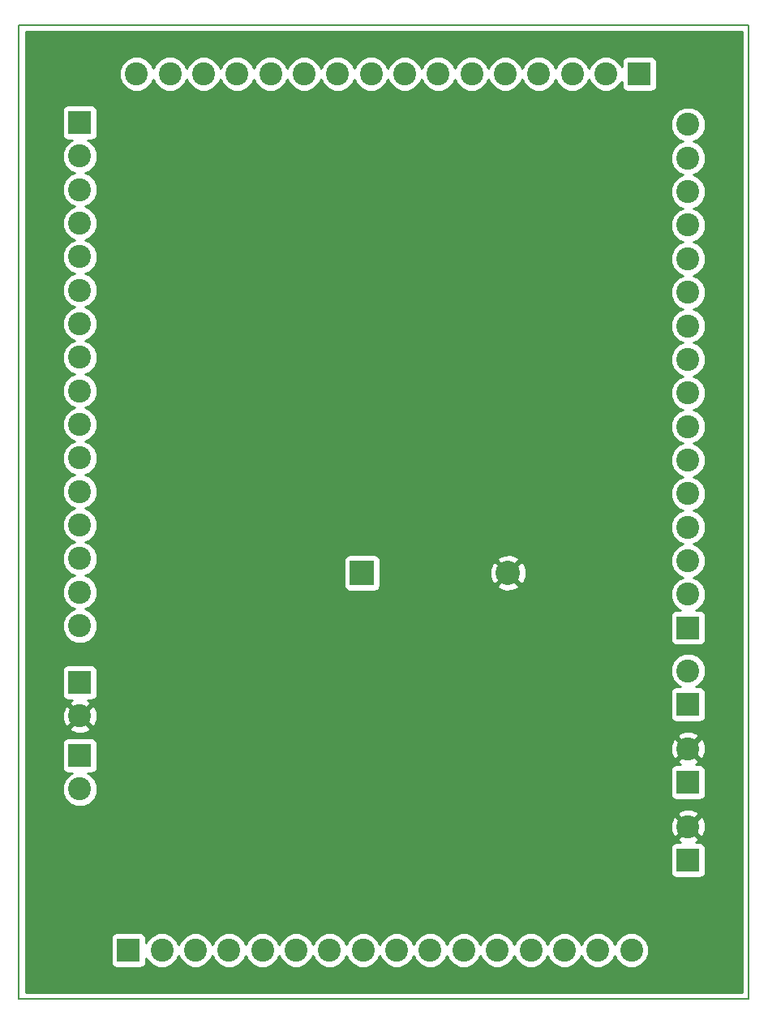
<source format=gbr>
G04 #@! TF.FileFunction,Copper,L2,Bot,Signal*
%FSLAX46Y46*%
G04 Gerber Fmt 4.6, Leading zero omitted, Abs format (unit mm)*
G04 Created by KiCad (PCBNEW 4.0.1-stable) date 8/4/2016 1:38:13 PM*
%MOMM*%
G01*
G04 APERTURE LIST*
%ADD10C,0.100000*%
%ADD11C,0.150000*%
%ADD12C,2.400000*%
%ADD13R,2.400000X2.400000*%
%ADD14C,2.540000*%
%ADD15R,2.540000X2.540000*%
%ADD16C,1.524000*%
%ADD17C,0.254000*%
G04 APERTURE END LIST*
D10*
D11*
X191770000Y-149860000D02*
X191770000Y-48260000D01*
X115570000Y-48260000D02*
X115570000Y-149860000D01*
X115570000Y-149860000D02*
X191770000Y-149860000D01*
X191770000Y-48260000D02*
X115570000Y-48260000D01*
D12*
X185420000Y-131882000D03*
D13*
X185420000Y-135382000D03*
D12*
X185420000Y-123754000D03*
D13*
X185420000Y-127254000D03*
D14*
X166625220Y-105407040D03*
D15*
X151385220Y-105407040D03*
D12*
X185420000Y-115626000D03*
D13*
X185420000Y-119126000D03*
D12*
X121920000Y-120340000D03*
D13*
X121920000Y-116840000D03*
D12*
X121920000Y-127960000D03*
D13*
X121920000Y-124460000D03*
D12*
X134000000Y-144780000D03*
X130500000Y-144780000D03*
X137500000Y-144780000D03*
X141000000Y-144780000D03*
X144500000Y-144780000D03*
X148000000Y-144780000D03*
D13*
X127000000Y-144780000D03*
D12*
X151500000Y-144780000D03*
X155000000Y-144780000D03*
X158500000Y-144780000D03*
X162000000Y-144780000D03*
X165500000Y-144780000D03*
X169000000Y-144780000D03*
X172500000Y-144780000D03*
X176000000Y-144780000D03*
X179500000Y-144780000D03*
X185420000Y-104125000D03*
X185420000Y-107625000D03*
X185420000Y-100625000D03*
X185420000Y-97125000D03*
X185420000Y-93625000D03*
X185420000Y-90125000D03*
D13*
X185420000Y-111125000D03*
D12*
X185420000Y-86625000D03*
X185420000Y-83125000D03*
X185420000Y-79625000D03*
X185420000Y-76125000D03*
X185420000Y-72625000D03*
X185420000Y-69125000D03*
X185420000Y-65625000D03*
X185420000Y-62125000D03*
X185420000Y-58625000D03*
X173340000Y-53340000D03*
X176840000Y-53340000D03*
X169840000Y-53340000D03*
X166340000Y-53340000D03*
X162840000Y-53340000D03*
X159340000Y-53340000D03*
D13*
X180340000Y-53340000D03*
D12*
X155840000Y-53340000D03*
X152340000Y-53340000D03*
X148840000Y-53340000D03*
X145340000Y-53340000D03*
X141840000Y-53340000D03*
X138340000Y-53340000D03*
X134840000Y-53340000D03*
X131340000Y-53340000D03*
X127840000Y-53340000D03*
X121920000Y-65420000D03*
X121920000Y-61920000D03*
X121920000Y-68920000D03*
X121920000Y-72420000D03*
X121920000Y-75920000D03*
X121920000Y-79420000D03*
D13*
X121920000Y-58420000D03*
D12*
X121920000Y-82920000D03*
X121920000Y-86420000D03*
X121920000Y-89920000D03*
X121920000Y-93420000D03*
X121920000Y-96920000D03*
X121920000Y-100420000D03*
X121920000Y-103920000D03*
X121920000Y-107420000D03*
X121920000Y-110920000D03*
D16*
X147574000Y-79248000D03*
X163068000Y-131572000D03*
X143764000Y-116840000D03*
X141224000Y-116840000D03*
X146050000Y-116840000D03*
X179070000Y-68072000D03*
X128016000Y-138430000D03*
X135128000Y-138430000D03*
X142240000Y-138430000D03*
X148590000Y-138430000D03*
X155702000Y-138430000D03*
X162814000Y-138430000D03*
X169418000Y-138176000D03*
X176784000Y-138176000D03*
X172974000Y-75438000D03*
X142494000Y-66040000D03*
X134366000Y-96012000D03*
X178816000Y-110744000D03*
X178816000Y-103632000D03*
X178816000Y-96774000D03*
X179070000Y-89916000D03*
X179070000Y-82296000D03*
X179070000Y-75184000D03*
X179070000Y-62484000D03*
X177038000Y-57912000D03*
X171958000Y-59944000D03*
X165608000Y-59690000D03*
X158750000Y-59690000D03*
X151384000Y-59690000D03*
X145034000Y-59690000D03*
X139446000Y-59690000D03*
X134366000Y-59690000D03*
X128270000Y-59182000D03*
X128524000Y-67056000D03*
X128524000Y-73152000D03*
X128270000Y-79756000D03*
X128270000Y-87122000D03*
X128270000Y-93726000D03*
X128524000Y-100584000D03*
X128778000Y-107696000D03*
X159512000Y-81026000D03*
D17*
G36*
X191060000Y-149150000D02*
X116280000Y-149150000D01*
X116280000Y-143580000D01*
X125152560Y-143580000D01*
X125152560Y-145980000D01*
X125196838Y-146215317D01*
X125335910Y-146431441D01*
X125548110Y-146576431D01*
X125800000Y-146627440D01*
X128200000Y-146627440D01*
X128435317Y-146583162D01*
X128651441Y-146444090D01*
X128796431Y-146231890D01*
X128847440Y-145980000D01*
X128847440Y-145585712D01*
X128943455Y-145818086D01*
X129459199Y-146334730D01*
X130133395Y-146614681D01*
X130863403Y-146615318D01*
X131538086Y-146336545D01*
X132054730Y-145820801D01*
X132250135Y-145350215D01*
X132443455Y-145818086D01*
X132959199Y-146334730D01*
X133633395Y-146614681D01*
X134363403Y-146615318D01*
X135038086Y-146336545D01*
X135554730Y-145820801D01*
X135750135Y-145350215D01*
X135943455Y-145818086D01*
X136459199Y-146334730D01*
X137133395Y-146614681D01*
X137863403Y-146615318D01*
X138538086Y-146336545D01*
X139054730Y-145820801D01*
X139250135Y-145350215D01*
X139443455Y-145818086D01*
X139959199Y-146334730D01*
X140633395Y-146614681D01*
X141363403Y-146615318D01*
X142038086Y-146336545D01*
X142554730Y-145820801D01*
X142750135Y-145350215D01*
X142943455Y-145818086D01*
X143459199Y-146334730D01*
X144133395Y-146614681D01*
X144863403Y-146615318D01*
X145538086Y-146336545D01*
X146054730Y-145820801D01*
X146250135Y-145350215D01*
X146443455Y-145818086D01*
X146959199Y-146334730D01*
X147633395Y-146614681D01*
X148363403Y-146615318D01*
X149038086Y-146336545D01*
X149554730Y-145820801D01*
X149750135Y-145350215D01*
X149943455Y-145818086D01*
X150459199Y-146334730D01*
X151133395Y-146614681D01*
X151863403Y-146615318D01*
X152538086Y-146336545D01*
X153054730Y-145820801D01*
X153250135Y-145350215D01*
X153443455Y-145818086D01*
X153959199Y-146334730D01*
X154633395Y-146614681D01*
X155363403Y-146615318D01*
X156038086Y-146336545D01*
X156554730Y-145820801D01*
X156750135Y-145350215D01*
X156943455Y-145818086D01*
X157459199Y-146334730D01*
X158133395Y-146614681D01*
X158863403Y-146615318D01*
X159538086Y-146336545D01*
X160054730Y-145820801D01*
X160250135Y-145350215D01*
X160443455Y-145818086D01*
X160959199Y-146334730D01*
X161633395Y-146614681D01*
X162363403Y-146615318D01*
X163038086Y-146336545D01*
X163554730Y-145820801D01*
X163750135Y-145350215D01*
X163943455Y-145818086D01*
X164459199Y-146334730D01*
X165133395Y-146614681D01*
X165863403Y-146615318D01*
X166538086Y-146336545D01*
X167054730Y-145820801D01*
X167250135Y-145350215D01*
X167443455Y-145818086D01*
X167959199Y-146334730D01*
X168633395Y-146614681D01*
X169363403Y-146615318D01*
X170038086Y-146336545D01*
X170554730Y-145820801D01*
X170750135Y-145350215D01*
X170943455Y-145818086D01*
X171459199Y-146334730D01*
X172133395Y-146614681D01*
X172863403Y-146615318D01*
X173538086Y-146336545D01*
X174054730Y-145820801D01*
X174250135Y-145350215D01*
X174443455Y-145818086D01*
X174959199Y-146334730D01*
X175633395Y-146614681D01*
X176363403Y-146615318D01*
X177038086Y-146336545D01*
X177554730Y-145820801D01*
X177750135Y-145350215D01*
X177943455Y-145818086D01*
X178459199Y-146334730D01*
X179133395Y-146614681D01*
X179863403Y-146615318D01*
X180538086Y-146336545D01*
X181054730Y-145820801D01*
X181334681Y-145146605D01*
X181335318Y-144416597D01*
X181056545Y-143741914D01*
X180540801Y-143225270D01*
X179866605Y-142945319D01*
X179136597Y-142944682D01*
X178461914Y-143223455D01*
X177945270Y-143739199D01*
X177749865Y-144209785D01*
X177556545Y-143741914D01*
X177040801Y-143225270D01*
X176366605Y-142945319D01*
X175636597Y-142944682D01*
X174961914Y-143223455D01*
X174445270Y-143739199D01*
X174249865Y-144209785D01*
X174056545Y-143741914D01*
X173540801Y-143225270D01*
X172866605Y-142945319D01*
X172136597Y-142944682D01*
X171461914Y-143223455D01*
X170945270Y-143739199D01*
X170749865Y-144209785D01*
X170556545Y-143741914D01*
X170040801Y-143225270D01*
X169366605Y-142945319D01*
X168636597Y-142944682D01*
X167961914Y-143223455D01*
X167445270Y-143739199D01*
X167249865Y-144209785D01*
X167056545Y-143741914D01*
X166540801Y-143225270D01*
X165866605Y-142945319D01*
X165136597Y-142944682D01*
X164461914Y-143223455D01*
X163945270Y-143739199D01*
X163749865Y-144209785D01*
X163556545Y-143741914D01*
X163040801Y-143225270D01*
X162366605Y-142945319D01*
X161636597Y-142944682D01*
X160961914Y-143223455D01*
X160445270Y-143739199D01*
X160249865Y-144209785D01*
X160056545Y-143741914D01*
X159540801Y-143225270D01*
X158866605Y-142945319D01*
X158136597Y-142944682D01*
X157461914Y-143223455D01*
X156945270Y-143739199D01*
X156749865Y-144209785D01*
X156556545Y-143741914D01*
X156040801Y-143225270D01*
X155366605Y-142945319D01*
X154636597Y-142944682D01*
X153961914Y-143223455D01*
X153445270Y-143739199D01*
X153249865Y-144209785D01*
X153056545Y-143741914D01*
X152540801Y-143225270D01*
X151866605Y-142945319D01*
X151136597Y-142944682D01*
X150461914Y-143223455D01*
X149945270Y-143739199D01*
X149749865Y-144209785D01*
X149556545Y-143741914D01*
X149040801Y-143225270D01*
X148366605Y-142945319D01*
X147636597Y-142944682D01*
X146961914Y-143223455D01*
X146445270Y-143739199D01*
X146249865Y-144209785D01*
X146056545Y-143741914D01*
X145540801Y-143225270D01*
X144866605Y-142945319D01*
X144136597Y-142944682D01*
X143461914Y-143223455D01*
X142945270Y-143739199D01*
X142749865Y-144209785D01*
X142556545Y-143741914D01*
X142040801Y-143225270D01*
X141366605Y-142945319D01*
X140636597Y-142944682D01*
X139961914Y-143223455D01*
X139445270Y-143739199D01*
X139249865Y-144209785D01*
X139056545Y-143741914D01*
X138540801Y-143225270D01*
X137866605Y-142945319D01*
X137136597Y-142944682D01*
X136461914Y-143223455D01*
X135945270Y-143739199D01*
X135749865Y-144209785D01*
X135556545Y-143741914D01*
X135040801Y-143225270D01*
X134366605Y-142945319D01*
X133636597Y-142944682D01*
X132961914Y-143223455D01*
X132445270Y-143739199D01*
X132249865Y-144209785D01*
X132056545Y-143741914D01*
X131540801Y-143225270D01*
X130866605Y-142945319D01*
X130136597Y-142944682D01*
X129461914Y-143223455D01*
X128945270Y-143739199D01*
X128847440Y-143974799D01*
X128847440Y-143580000D01*
X128803162Y-143344683D01*
X128664090Y-143128559D01*
X128451890Y-142983569D01*
X128200000Y-142932560D01*
X125800000Y-142932560D01*
X125564683Y-142976838D01*
X125348559Y-143115910D01*
X125203569Y-143328110D01*
X125152560Y-143580000D01*
X116280000Y-143580000D01*
X116280000Y-134182000D01*
X183572560Y-134182000D01*
X183572560Y-136582000D01*
X183616838Y-136817317D01*
X183755910Y-137033441D01*
X183968110Y-137178431D01*
X184220000Y-137229440D01*
X186620000Y-137229440D01*
X186855317Y-137185162D01*
X187071441Y-137046090D01*
X187216431Y-136833890D01*
X187267440Y-136582000D01*
X187267440Y-134182000D01*
X187223162Y-133946683D01*
X187084090Y-133730559D01*
X186871890Y-133585569D01*
X186620000Y-133534560D01*
X186250819Y-133534560D01*
X186414435Y-133466788D01*
X186537570Y-133179175D01*
X185420000Y-132061605D01*
X184302430Y-133179175D01*
X184425565Y-133466788D01*
X184603436Y-133534560D01*
X184220000Y-133534560D01*
X183984683Y-133578838D01*
X183768559Y-133717910D01*
X183623569Y-133930110D01*
X183572560Y-134182000D01*
X116280000Y-134182000D01*
X116280000Y-131569734D01*
X183575293Y-131569734D01*
X183596214Y-132299443D01*
X183835212Y-132876435D01*
X184122825Y-132999570D01*
X185240395Y-131882000D01*
X185599605Y-131882000D01*
X186717175Y-132999570D01*
X187004788Y-132876435D01*
X187264707Y-132194266D01*
X187243786Y-131464557D01*
X187004788Y-130887565D01*
X186717175Y-130764430D01*
X185599605Y-131882000D01*
X185240395Y-131882000D01*
X184122825Y-130764430D01*
X183835212Y-130887565D01*
X183575293Y-131569734D01*
X116280000Y-131569734D01*
X116280000Y-130584825D01*
X184302430Y-130584825D01*
X185420000Y-131702395D01*
X186537570Y-130584825D01*
X186414435Y-130297212D01*
X185732266Y-130037293D01*
X185002557Y-130058214D01*
X184425565Y-130297212D01*
X184302430Y-130584825D01*
X116280000Y-130584825D01*
X116280000Y-123260000D01*
X120072560Y-123260000D01*
X120072560Y-125660000D01*
X120116838Y-125895317D01*
X120255910Y-126111441D01*
X120468110Y-126256431D01*
X120720000Y-126307440D01*
X121114288Y-126307440D01*
X120881914Y-126403455D01*
X120365270Y-126919199D01*
X120085319Y-127593395D01*
X120084682Y-128323403D01*
X120363455Y-128998086D01*
X120879199Y-129514730D01*
X121553395Y-129794681D01*
X122283403Y-129795318D01*
X122958086Y-129516545D01*
X123474730Y-129000801D01*
X123754681Y-128326605D01*
X123755318Y-127596597D01*
X123476545Y-126921914D01*
X122960801Y-126405270D01*
X122725201Y-126307440D01*
X123120000Y-126307440D01*
X123355317Y-126263162D01*
X123571441Y-126124090D01*
X123619331Y-126054000D01*
X183572560Y-126054000D01*
X183572560Y-128454000D01*
X183616838Y-128689317D01*
X183755910Y-128905441D01*
X183968110Y-129050431D01*
X184220000Y-129101440D01*
X186620000Y-129101440D01*
X186855317Y-129057162D01*
X187071441Y-128918090D01*
X187216431Y-128705890D01*
X187267440Y-128454000D01*
X187267440Y-126054000D01*
X187223162Y-125818683D01*
X187084090Y-125602559D01*
X186871890Y-125457569D01*
X186620000Y-125406560D01*
X186250819Y-125406560D01*
X186414435Y-125338788D01*
X186537570Y-125051175D01*
X185420000Y-123933605D01*
X184302430Y-125051175D01*
X184425565Y-125338788D01*
X184603436Y-125406560D01*
X184220000Y-125406560D01*
X183984683Y-125450838D01*
X183768559Y-125589910D01*
X183623569Y-125802110D01*
X183572560Y-126054000D01*
X123619331Y-126054000D01*
X123716431Y-125911890D01*
X123767440Y-125660000D01*
X123767440Y-123441734D01*
X183575293Y-123441734D01*
X183596214Y-124171443D01*
X183835212Y-124748435D01*
X184122825Y-124871570D01*
X185240395Y-123754000D01*
X185599605Y-123754000D01*
X186717175Y-124871570D01*
X187004788Y-124748435D01*
X187264707Y-124066266D01*
X187243786Y-123336557D01*
X187004788Y-122759565D01*
X186717175Y-122636430D01*
X185599605Y-123754000D01*
X185240395Y-123754000D01*
X184122825Y-122636430D01*
X183835212Y-122759565D01*
X183575293Y-123441734D01*
X123767440Y-123441734D01*
X123767440Y-123260000D01*
X123723162Y-123024683D01*
X123584090Y-122808559D01*
X123371890Y-122663569D01*
X123120000Y-122612560D01*
X120720000Y-122612560D01*
X120484683Y-122656838D01*
X120268559Y-122795910D01*
X120123569Y-123008110D01*
X120072560Y-123260000D01*
X116280000Y-123260000D01*
X116280000Y-122456825D01*
X184302430Y-122456825D01*
X185420000Y-123574395D01*
X186537570Y-122456825D01*
X186414435Y-122169212D01*
X185732266Y-121909293D01*
X185002557Y-121930214D01*
X184425565Y-122169212D01*
X184302430Y-122456825D01*
X116280000Y-122456825D01*
X116280000Y-121637175D01*
X120802430Y-121637175D01*
X120925565Y-121924788D01*
X121607734Y-122184707D01*
X122337443Y-122163786D01*
X122914435Y-121924788D01*
X123037570Y-121637175D01*
X121920000Y-120519605D01*
X120802430Y-121637175D01*
X116280000Y-121637175D01*
X116280000Y-120027734D01*
X120075293Y-120027734D01*
X120096214Y-120757443D01*
X120335212Y-121334435D01*
X120622825Y-121457570D01*
X121740395Y-120340000D01*
X122099605Y-120340000D01*
X123217175Y-121457570D01*
X123504788Y-121334435D01*
X123764707Y-120652266D01*
X123743786Y-119922557D01*
X123504788Y-119345565D01*
X123217175Y-119222430D01*
X122099605Y-120340000D01*
X121740395Y-120340000D01*
X120622825Y-119222430D01*
X120335212Y-119345565D01*
X120075293Y-120027734D01*
X116280000Y-120027734D01*
X116280000Y-115640000D01*
X120072560Y-115640000D01*
X120072560Y-118040000D01*
X120116838Y-118275317D01*
X120255910Y-118491441D01*
X120468110Y-118636431D01*
X120720000Y-118687440D01*
X121089181Y-118687440D01*
X120925565Y-118755212D01*
X120802430Y-119042825D01*
X121920000Y-120160395D01*
X123037570Y-119042825D01*
X122914435Y-118755212D01*
X122736564Y-118687440D01*
X123120000Y-118687440D01*
X123355317Y-118643162D01*
X123571441Y-118504090D01*
X123716431Y-118291890D01*
X123767440Y-118040000D01*
X123767440Y-117926000D01*
X183572560Y-117926000D01*
X183572560Y-120326000D01*
X183616838Y-120561317D01*
X183755910Y-120777441D01*
X183968110Y-120922431D01*
X184220000Y-120973440D01*
X186620000Y-120973440D01*
X186855317Y-120929162D01*
X187071441Y-120790090D01*
X187216431Y-120577890D01*
X187267440Y-120326000D01*
X187267440Y-117926000D01*
X187223162Y-117690683D01*
X187084090Y-117474559D01*
X186871890Y-117329569D01*
X186620000Y-117278560D01*
X186225712Y-117278560D01*
X186458086Y-117182545D01*
X186974730Y-116666801D01*
X187254681Y-115992605D01*
X187255318Y-115262597D01*
X186976545Y-114587914D01*
X186460801Y-114071270D01*
X185786605Y-113791319D01*
X185056597Y-113790682D01*
X184381914Y-114069455D01*
X183865270Y-114585199D01*
X183585319Y-115259395D01*
X183584682Y-115989403D01*
X183863455Y-116664086D01*
X184379199Y-117180730D01*
X184614799Y-117278560D01*
X184220000Y-117278560D01*
X183984683Y-117322838D01*
X183768559Y-117461910D01*
X183623569Y-117674110D01*
X183572560Y-117926000D01*
X123767440Y-117926000D01*
X123767440Y-115640000D01*
X123723162Y-115404683D01*
X123584090Y-115188559D01*
X123371890Y-115043569D01*
X123120000Y-114992560D01*
X120720000Y-114992560D01*
X120484683Y-115036838D01*
X120268559Y-115175910D01*
X120123569Y-115388110D01*
X120072560Y-115640000D01*
X116280000Y-115640000D01*
X116280000Y-57220000D01*
X120072560Y-57220000D01*
X120072560Y-59620000D01*
X120116838Y-59855317D01*
X120255910Y-60071441D01*
X120468110Y-60216431D01*
X120720000Y-60267440D01*
X121114288Y-60267440D01*
X120881914Y-60363455D01*
X120365270Y-60879199D01*
X120085319Y-61553395D01*
X120084682Y-62283403D01*
X120363455Y-62958086D01*
X120879199Y-63474730D01*
X121349785Y-63670135D01*
X120881914Y-63863455D01*
X120365270Y-64379199D01*
X120085319Y-65053395D01*
X120084682Y-65783403D01*
X120363455Y-66458086D01*
X120879199Y-66974730D01*
X121349785Y-67170135D01*
X120881914Y-67363455D01*
X120365270Y-67879199D01*
X120085319Y-68553395D01*
X120084682Y-69283403D01*
X120363455Y-69958086D01*
X120879199Y-70474730D01*
X121349785Y-70670135D01*
X120881914Y-70863455D01*
X120365270Y-71379199D01*
X120085319Y-72053395D01*
X120084682Y-72783403D01*
X120363455Y-73458086D01*
X120879199Y-73974730D01*
X121349785Y-74170135D01*
X120881914Y-74363455D01*
X120365270Y-74879199D01*
X120085319Y-75553395D01*
X120084682Y-76283403D01*
X120363455Y-76958086D01*
X120879199Y-77474730D01*
X121349785Y-77670135D01*
X120881914Y-77863455D01*
X120365270Y-78379199D01*
X120085319Y-79053395D01*
X120084682Y-79783403D01*
X120363455Y-80458086D01*
X120879199Y-80974730D01*
X121349785Y-81170135D01*
X120881914Y-81363455D01*
X120365270Y-81879199D01*
X120085319Y-82553395D01*
X120084682Y-83283403D01*
X120363455Y-83958086D01*
X120879199Y-84474730D01*
X121349785Y-84670135D01*
X120881914Y-84863455D01*
X120365270Y-85379199D01*
X120085319Y-86053395D01*
X120084682Y-86783403D01*
X120363455Y-87458086D01*
X120879199Y-87974730D01*
X121349785Y-88170135D01*
X120881914Y-88363455D01*
X120365270Y-88879199D01*
X120085319Y-89553395D01*
X120084682Y-90283403D01*
X120363455Y-90958086D01*
X120879199Y-91474730D01*
X121349785Y-91670135D01*
X120881914Y-91863455D01*
X120365270Y-92379199D01*
X120085319Y-93053395D01*
X120084682Y-93783403D01*
X120363455Y-94458086D01*
X120879199Y-94974730D01*
X121349785Y-95170135D01*
X120881914Y-95363455D01*
X120365270Y-95879199D01*
X120085319Y-96553395D01*
X120084682Y-97283403D01*
X120363455Y-97958086D01*
X120879199Y-98474730D01*
X121349785Y-98670135D01*
X120881914Y-98863455D01*
X120365270Y-99379199D01*
X120085319Y-100053395D01*
X120084682Y-100783403D01*
X120363455Y-101458086D01*
X120879199Y-101974730D01*
X121349785Y-102170135D01*
X120881914Y-102363455D01*
X120365270Y-102879199D01*
X120085319Y-103553395D01*
X120084682Y-104283403D01*
X120363455Y-104958086D01*
X120879199Y-105474730D01*
X121349785Y-105670135D01*
X120881914Y-105863455D01*
X120365270Y-106379199D01*
X120085319Y-107053395D01*
X120084682Y-107783403D01*
X120363455Y-108458086D01*
X120879199Y-108974730D01*
X121349785Y-109170135D01*
X120881914Y-109363455D01*
X120365270Y-109879199D01*
X120085319Y-110553395D01*
X120084682Y-111283403D01*
X120363455Y-111958086D01*
X120879199Y-112474730D01*
X121553395Y-112754681D01*
X122283403Y-112755318D01*
X122958086Y-112476545D01*
X123474730Y-111960801D01*
X123754681Y-111286605D01*
X123755318Y-110556597D01*
X123494348Y-109925000D01*
X183572560Y-109925000D01*
X183572560Y-112325000D01*
X183616838Y-112560317D01*
X183755910Y-112776441D01*
X183968110Y-112921431D01*
X184220000Y-112972440D01*
X186620000Y-112972440D01*
X186855317Y-112928162D01*
X187071441Y-112789090D01*
X187216431Y-112576890D01*
X187267440Y-112325000D01*
X187267440Y-109925000D01*
X187223162Y-109689683D01*
X187084090Y-109473559D01*
X186871890Y-109328569D01*
X186620000Y-109277560D01*
X186225712Y-109277560D01*
X186458086Y-109181545D01*
X186974730Y-108665801D01*
X187254681Y-107991605D01*
X187255318Y-107261597D01*
X186976545Y-106586914D01*
X186460801Y-106070270D01*
X185990215Y-105874865D01*
X186458086Y-105681545D01*
X186974730Y-105165801D01*
X187254681Y-104491605D01*
X187255318Y-103761597D01*
X186976545Y-103086914D01*
X186460801Y-102570270D01*
X185990215Y-102374865D01*
X186458086Y-102181545D01*
X186974730Y-101665801D01*
X187254681Y-100991605D01*
X187255318Y-100261597D01*
X186976545Y-99586914D01*
X186460801Y-99070270D01*
X185990215Y-98874865D01*
X186458086Y-98681545D01*
X186974730Y-98165801D01*
X187254681Y-97491605D01*
X187255318Y-96761597D01*
X186976545Y-96086914D01*
X186460801Y-95570270D01*
X185990215Y-95374865D01*
X186458086Y-95181545D01*
X186974730Y-94665801D01*
X187254681Y-93991605D01*
X187255318Y-93261597D01*
X186976545Y-92586914D01*
X186460801Y-92070270D01*
X185990215Y-91874865D01*
X186458086Y-91681545D01*
X186974730Y-91165801D01*
X187254681Y-90491605D01*
X187255318Y-89761597D01*
X186976545Y-89086914D01*
X186460801Y-88570270D01*
X185990215Y-88374865D01*
X186458086Y-88181545D01*
X186974730Y-87665801D01*
X187254681Y-86991605D01*
X187255318Y-86261597D01*
X186976545Y-85586914D01*
X186460801Y-85070270D01*
X185990215Y-84874865D01*
X186458086Y-84681545D01*
X186974730Y-84165801D01*
X187254681Y-83491605D01*
X187255318Y-82761597D01*
X186976545Y-82086914D01*
X186460801Y-81570270D01*
X185990215Y-81374865D01*
X186458086Y-81181545D01*
X186974730Y-80665801D01*
X187254681Y-79991605D01*
X187255318Y-79261597D01*
X186976545Y-78586914D01*
X186460801Y-78070270D01*
X185990215Y-77874865D01*
X186458086Y-77681545D01*
X186974730Y-77165801D01*
X187254681Y-76491605D01*
X187255318Y-75761597D01*
X186976545Y-75086914D01*
X186460801Y-74570270D01*
X185990215Y-74374865D01*
X186458086Y-74181545D01*
X186974730Y-73665801D01*
X187254681Y-72991605D01*
X187255318Y-72261597D01*
X186976545Y-71586914D01*
X186460801Y-71070270D01*
X185990215Y-70874865D01*
X186458086Y-70681545D01*
X186974730Y-70165801D01*
X187254681Y-69491605D01*
X187255318Y-68761597D01*
X186976545Y-68086914D01*
X186460801Y-67570270D01*
X185990215Y-67374865D01*
X186458086Y-67181545D01*
X186974730Y-66665801D01*
X187254681Y-65991605D01*
X187255318Y-65261597D01*
X186976545Y-64586914D01*
X186460801Y-64070270D01*
X185990215Y-63874865D01*
X186458086Y-63681545D01*
X186974730Y-63165801D01*
X187254681Y-62491605D01*
X187255318Y-61761597D01*
X186976545Y-61086914D01*
X186460801Y-60570270D01*
X185990215Y-60374865D01*
X186458086Y-60181545D01*
X186974730Y-59665801D01*
X187254681Y-58991605D01*
X187255318Y-58261597D01*
X186976545Y-57586914D01*
X186460801Y-57070270D01*
X185786605Y-56790319D01*
X185056597Y-56789682D01*
X184381914Y-57068455D01*
X183865270Y-57584199D01*
X183585319Y-58258395D01*
X183584682Y-58988403D01*
X183863455Y-59663086D01*
X184379199Y-60179730D01*
X184849785Y-60375135D01*
X184381914Y-60568455D01*
X183865270Y-61084199D01*
X183585319Y-61758395D01*
X183584682Y-62488403D01*
X183863455Y-63163086D01*
X184379199Y-63679730D01*
X184849785Y-63875135D01*
X184381914Y-64068455D01*
X183865270Y-64584199D01*
X183585319Y-65258395D01*
X183584682Y-65988403D01*
X183863455Y-66663086D01*
X184379199Y-67179730D01*
X184849785Y-67375135D01*
X184381914Y-67568455D01*
X183865270Y-68084199D01*
X183585319Y-68758395D01*
X183584682Y-69488403D01*
X183863455Y-70163086D01*
X184379199Y-70679730D01*
X184849785Y-70875135D01*
X184381914Y-71068455D01*
X183865270Y-71584199D01*
X183585319Y-72258395D01*
X183584682Y-72988403D01*
X183863455Y-73663086D01*
X184379199Y-74179730D01*
X184849785Y-74375135D01*
X184381914Y-74568455D01*
X183865270Y-75084199D01*
X183585319Y-75758395D01*
X183584682Y-76488403D01*
X183863455Y-77163086D01*
X184379199Y-77679730D01*
X184849785Y-77875135D01*
X184381914Y-78068455D01*
X183865270Y-78584199D01*
X183585319Y-79258395D01*
X183584682Y-79988403D01*
X183863455Y-80663086D01*
X184379199Y-81179730D01*
X184849785Y-81375135D01*
X184381914Y-81568455D01*
X183865270Y-82084199D01*
X183585319Y-82758395D01*
X183584682Y-83488403D01*
X183863455Y-84163086D01*
X184379199Y-84679730D01*
X184849785Y-84875135D01*
X184381914Y-85068455D01*
X183865270Y-85584199D01*
X183585319Y-86258395D01*
X183584682Y-86988403D01*
X183863455Y-87663086D01*
X184379199Y-88179730D01*
X184849785Y-88375135D01*
X184381914Y-88568455D01*
X183865270Y-89084199D01*
X183585319Y-89758395D01*
X183584682Y-90488403D01*
X183863455Y-91163086D01*
X184379199Y-91679730D01*
X184849785Y-91875135D01*
X184381914Y-92068455D01*
X183865270Y-92584199D01*
X183585319Y-93258395D01*
X183584682Y-93988403D01*
X183863455Y-94663086D01*
X184379199Y-95179730D01*
X184849785Y-95375135D01*
X184381914Y-95568455D01*
X183865270Y-96084199D01*
X183585319Y-96758395D01*
X183584682Y-97488403D01*
X183863455Y-98163086D01*
X184379199Y-98679730D01*
X184849785Y-98875135D01*
X184381914Y-99068455D01*
X183865270Y-99584199D01*
X183585319Y-100258395D01*
X183584682Y-100988403D01*
X183863455Y-101663086D01*
X184379199Y-102179730D01*
X184849785Y-102375135D01*
X184381914Y-102568455D01*
X183865270Y-103084199D01*
X183585319Y-103758395D01*
X183584682Y-104488403D01*
X183863455Y-105163086D01*
X184379199Y-105679730D01*
X184849785Y-105875135D01*
X184381914Y-106068455D01*
X183865270Y-106584199D01*
X183585319Y-107258395D01*
X183584682Y-107988403D01*
X183863455Y-108663086D01*
X184379199Y-109179730D01*
X184614799Y-109277560D01*
X184220000Y-109277560D01*
X183984683Y-109321838D01*
X183768559Y-109460910D01*
X183623569Y-109673110D01*
X183572560Y-109925000D01*
X123494348Y-109925000D01*
X123476545Y-109881914D01*
X122960801Y-109365270D01*
X122490215Y-109169865D01*
X122958086Y-108976545D01*
X123474730Y-108460801D01*
X123754681Y-107786605D01*
X123755318Y-107056597D01*
X123476545Y-106381914D01*
X122960801Y-105865270D01*
X122490215Y-105669865D01*
X122958086Y-105476545D01*
X123474730Y-104960801D01*
X123754681Y-104286605D01*
X123754811Y-104137040D01*
X149467780Y-104137040D01*
X149467780Y-106677040D01*
X149512058Y-106912357D01*
X149651130Y-107128481D01*
X149863330Y-107273471D01*
X150115220Y-107324480D01*
X152655220Y-107324480D01*
X152890537Y-107280202D01*
X153106661Y-107141130D01*
X153251651Y-106928930D01*
X153286909Y-106754817D01*
X165457048Y-106754817D01*
X165588740Y-107049697D01*
X166296256Y-107321301D01*
X167053852Y-107301476D01*
X167661700Y-107049697D01*
X167793392Y-106754817D01*
X166625220Y-105586645D01*
X165457048Y-106754817D01*
X153286909Y-106754817D01*
X153302660Y-106677040D01*
X153302660Y-105078076D01*
X164710959Y-105078076D01*
X164730784Y-105835672D01*
X164982563Y-106443520D01*
X165277443Y-106575212D01*
X166445615Y-105407040D01*
X166804825Y-105407040D01*
X167972997Y-106575212D01*
X168267877Y-106443520D01*
X168539481Y-105736004D01*
X168519656Y-104978408D01*
X168267877Y-104370560D01*
X167972997Y-104238868D01*
X166804825Y-105407040D01*
X166445615Y-105407040D01*
X165277443Y-104238868D01*
X164982563Y-104370560D01*
X164710959Y-105078076D01*
X153302660Y-105078076D01*
X153302660Y-104137040D01*
X153288026Y-104059263D01*
X165457048Y-104059263D01*
X166625220Y-105227435D01*
X167793392Y-104059263D01*
X167661700Y-103764383D01*
X166954184Y-103492779D01*
X166196588Y-103512604D01*
X165588740Y-103764383D01*
X165457048Y-104059263D01*
X153288026Y-104059263D01*
X153258382Y-103901723D01*
X153119310Y-103685599D01*
X152907110Y-103540609D01*
X152655220Y-103489600D01*
X150115220Y-103489600D01*
X149879903Y-103533878D01*
X149663779Y-103672950D01*
X149518789Y-103885150D01*
X149467780Y-104137040D01*
X123754811Y-104137040D01*
X123755318Y-103556597D01*
X123476545Y-102881914D01*
X122960801Y-102365270D01*
X122490215Y-102169865D01*
X122958086Y-101976545D01*
X123474730Y-101460801D01*
X123754681Y-100786605D01*
X123755318Y-100056597D01*
X123476545Y-99381914D01*
X122960801Y-98865270D01*
X122490215Y-98669865D01*
X122958086Y-98476545D01*
X123474730Y-97960801D01*
X123754681Y-97286605D01*
X123755318Y-96556597D01*
X123476545Y-95881914D01*
X122960801Y-95365270D01*
X122490215Y-95169865D01*
X122958086Y-94976545D01*
X123474730Y-94460801D01*
X123754681Y-93786605D01*
X123755318Y-93056597D01*
X123476545Y-92381914D01*
X122960801Y-91865270D01*
X122490215Y-91669865D01*
X122958086Y-91476545D01*
X123474730Y-90960801D01*
X123754681Y-90286605D01*
X123755318Y-89556597D01*
X123476545Y-88881914D01*
X122960801Y-88365270D01*
X122490215Y-88169865D01*
X122958086Y-87976545D01*
X123474730Y-87460801D01*
X123754681Y-86786605D01*
X123755318Y-86056597D01*
X123476545Y-85381914D01*
X122960801Y-84865270D01*
X122490215Y-84669865D01*
X122958086Y-84476545D01*
X123474730Y-83960801D01*
X123754681Y-83286605D01*
X123755318Y-82556597D01*
X123476545Y-81881914D01*
X122960801Y-81365270D01*
X122490215Y-81169865D01*
X122958086Y-80976545D01*
X123474730Y-80460801D01*
X123754681Y-79786605D01*
X123755318Y-79056597D01*
X123476545Y-78381914D01*
X122960801Y-77865270D01*
X122490215Y-77669865D01*
X122958086Y-77476545D01*
X123474730Y-76960801D01*
X123754681Y-76286605D01*
X123755318Y-75556597D01*
X123476545Y-74881914D01*
X122960801Y-74365270D01*
X122490215Y-74169865D01*
X122958086Y-73976545D01*
X123474730Y-73460801D01*
X123754681Y-72786605D01*
X123755318Y-72056597D01*
X123476545Y-71381914D01*
X122960801Y-70865270D01*
X122490215Y-70669865D01*
X122958086Y-70476545D01*
X123474730Y-69960801D01*
X123754681Y-69286605D01*
X123755318Y-68556597D01*
X123476545Y-67881914D01*
X122960801Y-67365270D01*
X122490215Y-67169865D01*
X122958086Y-66976545D01*
X123474730Y-66460801D01*
X123754681Y-65786605D01*
X123755318Y-65056597D01*
X123476545Y-64381914D01*
X122960801Y-63865270D01*
X122490215Y-63669865D01*
X122958086Y-63476545D01*
X123474730Y-62960801D01*
X123754681Y-62286605D01*
X123755318Y-61556597D01*
X123476545Y-60881914D01*
X122960801Y-60365270D01*
X122725201Y-60267440D01*
X123120000Y-60267440D01*
X123355317Y-60223162D01*
X123571441Y-60084090D01*
X123716431Y-59871890D01*
X123767440Y-59620000D01*
X123767440Y-57220000D01*
X123723162Y-56984683D01*
X123584090Y-56768559D01*
X123371890Y-56623569D01*
X123120000Y-56572560D01*
X120720000Y-56572560D01*
X120484683Y-56616838D01*
X120268559Y-56755910D01*
X120123569Y-56968110D01*
X120072560Y-57220000D01*
X116280000Y-57220000D01*
X116280000Y-53703403D01*
X126004682Y-53703403D01*
X126283455Y-54378086D01*
X126799199Y-54894730D01*
X127473395Y-55174681D01*
X128203403Y-55175318D01*
X128878086Y-54896545D01*
X129394730Y-54380801D01*
X129590135Y-53910215D01*
X129783455Y-54378086D01*
X130299199Y-54894730D01*
X130973395Y-55174681D01*
X131703403Y-55175318D01*
X132378086Y-54896545D01*
X132894730Y-54380801D01*
X133090135Y-53910215D01*
X133283455Y-54378086D01*
X133799199Y-54894730D01*
X134473395Y-55174681D01*
X135203403Y-55175318D01*
X135878086Y-54896545D01*
X136394730Y-54380801D01*
X136590135Y-53910215D01*
X136783455Y-54378086D01*
X137299199Y-54894730D01*
X137973395Y-55174681D01*
X138703403Y-55175318D01*
X139378086Y-54896545D01*
X139894730Y-54380801D01*
X140090135Y-53910215D01*
X140283455Y-54378086D01*
X140799199Y-54894730D01*
X141473395Y-55174681D01*
X142203403Y-55175318D01*
X142878086Y-54896545D01*
X143394730Y-54380801D01*
X143590135Y-53910215D01*
X143783455Y-54378086D01*
X144299199Y-54894730D01*
X144973395Y-55174681D01*
X145703403Y-55175318D01*
X146378086Y-54896545D01*
X146894730Y-54380801D01*
X147090135Y-53910215D01*
X147283455Y-54378086D01*
X147799199Y-54894730D01*
X148473395Y-55174681D01*
X149203403Y-55175318D01*
X149878086Y-54896545D01*
X150394730Y-54380801D01*
X150590135Y-53910215D01*
X150783455Y-54378086D01*
X151299199Y-54894730D01*
X151973395Y-55174681D01*
X152703403Y-55175318D01*
X153378086Y-54896545D01*
X153894730Y-54380801D01*
X154090135Y-53910215D01*
X154283455Y-54378086D01*
X154799199Y-54894730D01*
X155473395Y-55174681D01*
X156203403Y-55175318D01*
X156878086Y-54896545D01*
X157394730Y-54380801D01*
X157590135Y-53910215D01*
X157783455Y-54378086D01*
X158299199Y-54894730D01*
X158973395Y-55174681D01*
X159703403Y-55175318D01*
X160378086Y-54896545D01*
X160894730Y-54380801D01*
X161090135Y-53910215D01*
X161283455Y-54378086D01*
X161799199Y-54894730D01*
X162473395Y-55174681D01*
X163203403Y-55175318D01*
X163878086Y-54896545D01*
X164394730Y-54380801D01*
X164590135Y-53910215D01*
X164783455Y-54378086D01*
X165299199Y-54894730D01*
X165973395Y-55174681D01*
X166703403Y-55175318D01*
X167378086Y-54896545D01*
X167894730Y-54380801D01*
X168090135Y-53910215D01*
X168283455Y-54378086D01*
X168799199Y-54894730D01*
X169473395Y-55174681D01*
X170203403Y-55175318D01*
X170878086Y-54896545D01*
X171394730Y-54380801D01*
X171590135Y-53910215D01*
X171783455Y-54378086D01*
X172299199Y-54894730D01*
X172973395Y-55174681D01*
X173703403Y-55175318D01*
X174378086Y-54896545D01*
X174894730Y-54380801D01*
X175090135Y-53910215D01*
X175283455Y-54378086D01*
X175799199Y-54894730D01*
X176473395Y-55174681D01*
X177203403Y-55175318D01*
X177878086Y-54896545D01*
X178394730Y-54380801D01*
X178492560Y-54145201D01*
X178492560Y-54540000D01*
X178536838Y-54775317D01*
X178675910Y-54991441D01*
X178888110Y-55136431D01*
X179140000Y-55187440D01*
X181540000Y-55187440D01*
X181775317Y-55143162D01*
X181991441Y-55004090D01*
X182136431Y-54791890D01*
X182187440Y-54540000D01*
X182187440Y-52140000D01*
X182143162Y-51904683D01*
X182004090Y-51688559D01*
X181791890Y-51543569D01*
X181540000Y-51492560D01*
X179140000Y-51492560D01*
X178904683Y-51536838D01*
X178688559Y-51675910D01*
X178543569Y-51888110D01*
X178492560Y-52140000D01*
X178492560Y-52534288D01*
X178396545Y-52301914D01*
X177880801Y-51785270D01*
X177206605Y-51505319D01*
X176476597Y-51504682D01*
X175801914Y-51783455D01*
X175285270Y-52299199D01*
X175089865Y-52769785D01*
X174896545Y-52301914D01*
X174380801Y-51785270D01*
X173706605Y-51505319D01*
X172976597Y-51504682D01*
X172301914Y-51783455D01*
X171785270Y-52299199D01*
X171589865Y-52769785D01*
X171396545Y-52301914D01*
X170880801Y-51785270D01*
X170206605Y-51505319D01*
X169476597Y-51504682D01*
X168801914Y-51783455D01*
X168285270Y-52299199D01*
X168089865Y-52769785D01*
X167896545Y-52301914D01*
X167380801Y-51785270D01*
X166706605Y-51505319D01*
X165976597Y-51504682D01*
X165301914Y-51783455D01*
X164785270Y-52299199D01*
X164589865Y-52769785D01*
X164396545Y-52301914D01*
X163880801Y-51785270D01*
X163206605Y-51505319D01*
X162476597Y-51504682D01*
X161801914Y-51783455D01*
X161285270Y-52299199D01*
X161089865Y-52769785D01*
X160896545Y-52301914D01*
X160380801Y-51785270D01*
X159706605Y-51505319D01*
X158976597Y-51504682D01*
X158301914Y-51783455D01*
X157785270Y-52299199D01*
X157589865Y-52769785D01*
X157396545Y-52301914D01*
X156880801Y-51785270D01*
X156206605Y-51505319D01*
X155476597Y-51504682D01*
X154801914Y-51783455D01*
X154285270Y-52299199D01*
X154089865Y-52769785D01*
X153896545Y-52301914D01*
X153380801Y-51785270D01*
X152706605Y-51505319D01*
X151976597Y-51504682D01*
X151301914Y-51783455D01*
X150785270Y-52299199D01*
X150589865Y-52769785D01*
X150396545Y-52301914D01*
X149880801Y-51785270D01*
X149206605Y-51505319D01*
X148476597Y-51504682D01*
X147801914Y-51783455D01*
X147285270Y-52299199D01*
X147089865Y-52769785D01*
X146896545Y-52301914D01*
X146380801Y-51785270D01*
X145706605Y-51505319D01*
X144976597Y-51504682D01*
X144301914Y-51783455D01*
X143785270Y-52299199D01*
X143589865Y-52769785D01*
X143396545Y-52301914D01*
X142880801Y-51785270D01*
X142206605Y-51505319D01*
X141476597Y-51504682D01*
X140801914Y-51783455D01*
X140285270Y-52299199D01*
X140089865Y-52769785D01*
X139896545Y-52301914D01*
X139380801Y-51785270D01*
X138706605Y-51505319D01*
X137976597Y-51504682D01*
X137301914Y-51783455D01*
X136785270Y-52299199D01*
X136589865Y-52769785D01*
X136396545Y-52301914D01*
X135880801Y-51785270D01*
X135206605Y-51505319D01*
X134476597Y-51504682D01*
X133801914Y-51783455D01*
X133285270Y-52299199D01*
X133089865Y-52769785D01*
X132896545Y-52301914D01*
X132380801Y-51785270D01*
X131706605Y-51505319D01*
X130976597Y-51504682D01*
X130301914Y-51783455D01*
X129785270Y-52299199D01*
X129589865Y-52769785D01*
X129396545Y-52301914D01*
X128880801Y-51785270D01*
X128206605Y-51505319D01*
X127476597Y-51504682D01*
X126801914Y-51783455D01*
X126285270Y-52299199D01*
X126005319Y-52973395D01*
X126004682Y-53703403D01*
X116280000Y-53703403D01*
X116280000Y-48970000D01*
X191060000Y-48970000D01*
X191060000Y-149150000D01*
X191060000Y-149150000D01*
G37*
X191060000Y-149150000D02*
X116280000Y-149150000D01*
X116280000Y-143580000D01*
X125152560Y-143580000D01*
X125152560Y-145980000D01*
X125196838Y-146215317D01*
X125335910Y-146431441D01*
X125548110Y-146576431D01*
X125800000Y-146627440D01*
X128200000Y-146627440D01*
X128435317Y-146583162D01*
X128651441Y-146444090D01*
X128796431Y-146231890D01*
X128847440Y-145980000D01*
X128847440Y-145585712D01*
X128943455Y-145818086D01*
X129459199Y-146334730D01*
X130133395Y-146614681D01*
X130863403Y-146615318D01*
X131538086Y-146336545D01*
X132054730Y-145820801D01*
X132250135Y-145350215D01*
X132443455Y-145818086D01*
X132959199Y-146334730D01*
X133633395Y-146614681D01*
X134363403Y-146615318D01*
X135038086Y-146336545D01*
X135554730Y-145820801D01*
X135750135Y-145350215D01*
X135943455Y-145818086D01*
X136459199Y-146334730D01*
X137133395Y-146614681D01*
X137863403Y-146615318D01*
X138538086Y-146336545D01*
X139054730Y-145820801D01*
X139250135Y-145350215D01*
X139443455Y-145818086D01*
X139959199Y-146334730D01*
X140633395Y-146614681D01*
X141363403Y-146615318D01*
X142038086Y-146336545D01*
X142554730Y-145820801D01*
X142750135Y-145350215D01*
X142943455Y-145818086D01*
X143459199Y-146334730D01*
X144133395Y-146614681D01*
X144863403Y-146615318D01*
X145538086Y-146336545D01*
X146054730Y-145820801D01*
X146250135Y-145350215D01*
X146443455Y-145818086D01*
X146959199Y-146334730D01*
X147633395Y-146614681D01*
X148363403Y-146615318D01*
X149038086Y-146336545D01*
X149554730Y-145820801D01*
X149750135Y-145350215D01*
X149943455Y-145818086D01*
X150459199Y-146334730D01*
X151133395Y-146614681D01*
X151863403Y-146615318D01*
X152538086Y-146336545D01*
X153054730Y-145820801D01*
X153250135Y-145350215D01*
X153443455Y-145818086D01*
X153959199Y-146334730D01*
X154633395Y-146614681D01*
X155363403Y-146615318D01*
X156038086Y-146336545D01*
X156554730Y-145820801D01*
X156750135Y-145350215D01*
X156943455Y-145818086D01*
X157459199Y-146334730D01*
X158133395Y-146614681D01*
X158863403Y-146615318D01*
X159538086Y-146336545D01*
X160054730Y-145820801D01*
X160250135Y-145350215D01*
X160443455Y-145818086D01*
X160959199Y-146334730D01*
X161633395Y-146614681D01*
X162363403Y-146615318D01*
X163038086Y-146336545D01*
X163554730Y-145820801D01*
X163750135Y-145350215D01*
X163943455Y-145818086D01*
X164459199Y-146334730D01*
X165133395Y-146614681D01*
X165863403Y-146615318D01*
X166538086Y-146336545D01*
X167054730Y-145820801D01*
X167250135Y-145350215D01*
X167443455Y-145818086D01*
X167959199Y-146334730D01*
X168633395Y-146614681D01*
X169363403Y-146615318D01*
X170038086Y-146336545D01*
X170554730Y-145820801D01*
X170750135Y-145350215D01*
X170943455Y-145818086D01*
X171459199Y-146334730D01*
X172133395Y-146614681D01*
X172863403Y-146615318D01*
X173538086Y-146336545D01*
X174054730Y-145820801D01*
X174250135Y-145350215D01*
X174443455Y-145818086D01*
X174959199Y-146334730D01*
X175633395Y-146614681D01*
X176363403Y-146615318D01*
X177038086Y-146336545D01*
X177554730Y-145820801D01*
X177750135Y-145350215D01*
X177943455Y-145818086D01*
X178459199Y-146334730D01*
X179133395Y-146614681D01*
X179863403Y-146615318D01*
X180538086Y-146336545D01*
X181054730Y-145820801D01*
X181334681Y-145146605D01*
X181335318Y-144416597D01*
X181056545Y-143741914D01*
X180540801Y-143225270D01*
X179866605Y-142945319D01*
X179136597Y-142944682D01*
X178461914Y-143223455D01*
X177945270Y-143739199D01*
X177749865Y-144209785D01*
X177556545Y-143741914D01*
X177040801Y-143225270D01*
X176366605Y-142945319D01*
X175636597Y-142944682D01*
X174961914Y-143223455D01*
X174445270Y-143739199D01*
X174249865Y-144209785D01*
X174056545Y-143741914D01*
X173540801Y-143225270D01*
X172866605Y-142945319D01*
X172136597Y-142944682D01*
X171461914Y-143223455D01*
X170945270Y-143739199D01*
X170749865Y-144209785D01*
X170556545Y-143741914D01*
X170040801Y-143225270D01*
X169366605Y-142945319D01*
X168636597Y-142944682D01*
X167961914Y-143223455D01*
X167445270Y-143739199D01*
X167249865Y-144209785D01*
X167056545Y-143741914D01*
X166540801Y-143225270D01*
X165866605Y-142945319D01*
X165136597Y-142944682D01*
X164461914Y-143223455D01*
X163945270Y-143739199D01*
X163749865Y-144209785D01*
X163556545Y-143741914D01*
X163040801Y-143225270D01*
X162366605Y-142945319D01*
X161636597Y-142944682D01*
X160961914Y-143223455D01*
X160445270Y-143739199D01*
X160249865Y-144209785D01*
X160056545Y-143741914D01*
X159540801Y-143225270D01*
X158866605Y-142945319D01*
X158136597Y-142944682D01*
X157461914Y-143223455D01*
X156945270Y-143739199D01*
X156749865Y-144209785D01*
X156556545Y-143741914D01*
X156040801Y-143225270D01*
X155366605Y-142945319D01*
X154636597Y-142944682D01*
X153961914Y-143223455D01*
X153445270Y-143739199D01*
X153249865Y-144209785D01*
X153056545Y-143741914D01*
X152540801Y-143225270D01*
X151866605Y-142945319D01*
X151136597Y-142944682D01*
X150461914Y-143223455D01*
X149945270Y-143739199D01*
X149749865Y-144209785D01*
X149556545Y-143741914D01*
X149040801Y-143225270D01*
X148366605Y-142945319D01*
X147636597Y-142944682D01*
X146961914Y-143223455D01*
X146445270Y-143739199D01*
X146249865Y-144209785D01*
X146056545Y-143741914D01*
X145540801Y-143225270D01*
X144866605Y-142945319D01*
X144136597Y-142944682D01*
X143461914Y-143223455D01*
X142945270Y-143739199D01*
X142749865Y-144209785D01*
X142556545Y-143741914D01*
X142040801Y-143225270D01*
X141366605Y-142945319D01*
X140636597Y-142944682D01*
X139961914Y-143223455D01*
X139445270Y-143739199D01*
X139249865Y-144209785D01*
X139056545Y-143741914D01*
X138540801Y-143225270D01*
X137866605Y-142945319D01*
X137136597Y-142944682D01*
X136461914Y-143223455D01*
X135945270Y-143739199D01*
X135749865Y-144209785D01*
X135556545Y-143741914D01*
X135040801Y-143225270D01*
X134366605Y-142945319D01*
X133636597Y-142944682D01*
X132961914Y-143223455D01*
X132445270Y-143739199D01*
X132249865Y-144209785D01*
X132056545Y-143741914D01*
X131540801Y-143225270D01*
X130866605Y-142945319D01*
X130136597Y-142944682D01*
X129461914Y-143223455D01*
X128945270Y-143739199D01*
X128847440Y-143974799D01*
X128847440Y-143580000D01*
X128803162Y-143344683D01*
X128664090Y-143128559D01*
X128451890Y-142983569D01*
X128200000Y-142932560D01*
X125800000Y-142932560D01*
X125564683Y-142976838D01*
X125348559Y-143115910D01*
X125203569Y-143328110D01*
X125152560Y-143580000D01*
X116280000Y-143580000D01*
X116280000Y-134182000D01*
X183572560Y-134182000D01*
X183572560Y-136582000D01*
X183616838Y-136817317D01*
X183755910Y-137033441D01*
X183968110Y-137178431D01*
X184220000Y-137229440D01*
X186620000Y-137229440D01*
X186855317Y-137185162D01*
X187071441Y-137046090D01*
X187216431Y-136833890D01*
X187267440Y-136582000D01*
X187267440Y-134182000D01*
X187223162Y-133946683D01*
X187084090Y-133730559D01*
X186871890Y-133585569D01*
X186620000Y-133534560D01*
X186250819Y-133534560D01*
X186414435Y-133466788D01*
X186537570Y-133179175D01*
X185420000Y-132061605D01*
X184302430Y-133179175D01*
X184425565Y-133466788D01*
X184603436Y-133534560D01*
X184220000Y-133534560D01*
X183984683Y-133578838D01*
X183768559Y-133717910D01*
X183623569Y-133930110D01*
X183572560Y-134182000D01*
X116280000Y-134182000D01*
X116280000Y-131569734D01*
X183575293Y-131569734D01*
X183596214Y-132299443D01*
X183835212Y-132876435D01*
X184122825Y-132999570D01*
X185240395Y-131882000D01*
X185599605Y-131882000D01*
X186717175Y-132999570D01*
X187004788Y-132876435D01*
X187264707Y-132194266D01*
X187243786Y-131464557D01*
X187004788Y-130887565D01*
X186717175Y-130764430D01*
X185599605Y-131882000D01*
X185240395Y-131882000D01*
X184122825Y-130764430D01*
X183835212Y-130887565D01*
X183575293Y-131569734D01*
X116280000Y-131569734D01*
X116280000Y-130584825D01*
X184302430Y-130584825D01*
X185420000Y-131702395D01*
X186537570Y-130584825D01*
X186414435Y-130297212D01*
X185732266Y-130037293D01*
X185002557Y-130058214D01*
X184425565Y-130297212D01*
X184302430Y-130584825D01*
X116280000Y-130584825D01*
X116280000Y-123260000D01*
X120072560Y-123260000D01*
X120072560Y-125660000D01*
X120116838Y-125895317D01*
X120255910Y-126111441D01*
X120468110Y-126256431D01*
X120720000Y-126307440D01*
X121114288Y-126307440D01*
X120881914Y-126403455D01*
X120365270Y-126919199D01*
X120085319Y-127593395D01*
X120084682Y-128323403D01*
X120363455Y-128998086D01*
X120879199Y-129514730D01*
X121553395Y-129794681D01*
X122283403Y-129795318D01*
X122958086Y-129516545D01*
X123474730Y-129000801D01*
X123754681Y-128326605D01*
X123755318Y-127596597D01*
X123476545Y-126921914D01*
X122960801Y-126405270D01*
X122725201Y-126307440D01*
X123120000Y-126307440D01*
X123355317Y-126263162D01*
X123571441Y-126124090D01*
X123619331Y-126054000D01*
X183572560Y-126054000D01*
X183572560Y-128454000D01*
X183616838Y-128689317D01*
X183755910Y-128905441D01*
X183968110Y-129050431D01*
X184220000Y-129101440D01*
X186620000Y-129101440D01*
X186855317Y-129057162D01*
X187071441Y-128918090D01*
X187216431Y-128705890D01*
X187267440Y-128454000D01*
X187267440Y-126054000D01*
X187223162Y-125818683D01*
X187084090Y-125602559D01*
X186871890Y-125457569D01*
X186620000Y-125406560D01*
X186250819Y-125406560D01*
X186414435Y-125338788D01*
X186537570Y-125051175D01*
X185420000Y-123933605D01*
X184302430Y-125051175D01*
X184425565Y-125338788D01*
X184603436Y-125406560D01*
X184220000Y-125406560D01*
X183984683Y-125450838D01*
X183768559Y-125589910D01*
X183623569Y-125802110D01*
X183572560Y-126054000D01*
X123619331Y-126054000D01*
X123716431Y-125911890D01*
X123767440Y-125660000D01*
X123767440Y-123441734D01*
X183575293Y-123441734D01*
X183596214Y-124171443D01*
X183835212Y-124748435D01*
X184122825Y-124871570D01*
X185240395Y-123754000D01*
X185599605Y-123754000D01*
X186717175Y-124871570D01*
X187004788Y-124748435D01*
X187264707Y-124066266D01*
X187243786Y-123336557D01*
X187004788Y-122759565D01*
X186717175Y-122636430D01*
X185599605Y-123754000D01*
X185240395Y-123754000D01*
X184122825Y-122636430D01*
X183835212Y-122759565D01*
X183575293Y-123441734D01*
X123767440Y-123441734D01*
X123767440Y-123260000D01*
X123723162Y-123024683D01*
X123584090Y-122808559D01*
X123371890Y-122663569D01*
X123120000Y-122612560D01*
X120720000Y-122612560D01*
X120484683Y-122656838D01*
X120268559Y-122795910D01*
X120123569Y-123008110D01*
X120072560Y-123260000D01*
X116280000Y-123260000D01*
X116280000Y-122456825D01*
X184302430Y-122456825D01*
X185420000Y-123574395D01*
X186537570Y-122456825D01*
X186414435Y-122169212D01*
X185732266Y-121909293D01*
X185002557Y-121930214D01*
X184425565Y-122169212D01*
X184302430Y-122456825D01*
X116280000Y-122456825D01*
X116280000Y-121637175D01*
X120802430Y-121637175D01*
X120925565Y-121924788D01*
X121607734Y-122184707D01*
X122337443Y-122163786D01*
X122914435Y-121924788D01*
X123037570Y-121637175D01*
X121920000Y-120519605D01*
X120802430Y-121637175D01*
X116280000Y-121637175D01*
X116280000Y-120027734D01*
X120075293Y-120027734D01*
X120096214Y-120757443D01*
X120335212Y-121334435D01*
X120622825Y-121457570D01*
X121740395Y-120340000D01*
X122099605Y-120340000D01*
X123217175Y-121457570D01*
X123504788Y-121334435D01*
X123764707Y-120652266D01*
X123743786Y-119922557D01*
X123504788Y-119345565D01*
X123217175Y-119222430D01*
X122099605Y-120340000D01*
X121740395Y-120340000D01*
X120622825Y-119222430D01*
X120335212Y-119345565D01*
X120075293Y-120027734D01*
X116280000Y-120027734D01*
X116280000Y-115640000D01*
X120072560Y-115640000D01*
X120072560Y-118040000D01*
X120116838Y-118275317D01*
X120255910Y-118491441D01*
X120468110Y-118636431D01*
X120720000Y-118687440D01*
X121089181Y-118687440D01*
X120925565Y-118755212D01*
X120802430Y-119042825D01*
X121920000Y-120160395D01*
X123037570Y-119042825D01*
X122914435Y-118755212D01*
X122736564Y-118687440D01*
X123120000Y-118687440D01*
X123355317Y-118643162D01*
X123571441Y-118504090D01*
X123716431Y-118291890D01*
X123767440Y-118040000D01*
X123767440Y-117926000D01*
X183572560Y-117926000D01*
X183572560Y-120326000D01*
X183616838Y-120561317D01*
X183755910Y-120777441D01*
X183968110Y-120922431D01*
X184220000Y-120973440D01*
X186620000Y-120973440D01*
X186855317Y-120929162D01*
X187071441Y-120790090D01*
X187216431Y-120577890D01*
X187267440Y-120326000D01*
X187267440Y-117926000D01*
X187223162Y-117690683D01*
X187084090Y-117474559D01*
X186871890Y-117329569D01*
X186620000Y-117278560D01*
X186225712Y-117278560D01*
X186458086Y-117182545D01*
X186974730Y-116666801D01*
X187254681Y-115992605D01*
X187255318Y-115262597D01*
X186976545Y-114587914D01*
X186460801Y-114071270D01*
X185786605Y-113791319D01*
X185056597Y-113790682D01*
X184381914Y-114069455D01*
X183865270Y-114585199D01*
X183585319Y-115259395D01*
X183584682Y-115989403D01*
X183863455Y-116664086D01*
X184379199Y-117180730D01*
X184614799Y-117278560D01*
X184220000Y-117278560D01*
X183984683Y-117322838D01*
X183768559Y-117461910D01*
X183623569Y-117674110D01*
X183572560Y-117926000D01*
X123767440Y-117926000D01*
X123767440Y-115640000D01*
X123723162Y-115404683D01*
X123584090Y-115188559D01*
X123371890Y-115043569D01*
X123120000Y-114992560D01*
X120720000Y-114992560D01*
X120484683Y-115036838D01*
X120268559Y-115175910D01*
X120123569Y-115388110D01*
X120072560Y-115640000D01*
X116280000Y-115640000D01*
X116280000Y-57220000D01*
X120072560Y-57220000D01*
X120072560Y-59620000D01*
X120116838Y-59855317D01*
X120255910Y-60071441D01*
X120468110Y-60216431D01*
X120720000Y-60267440D01*
X121114288Y-60267440D01*
X120881914Y-60363455D01*
X120365270Y-60879199D01*
X120085319Y-61553395D01*
X120084682Y-62283403D01*
X120363455Y-62958086D01*
X120879199Y-63474730D01*
X121349785Y-63670135D01*
X120881914Y-63863455D01*
X120365270Y-64379199D01*
X120085319Y-65053395D01*
X120084682Y-65783403D01*
X120363455Y-66458086D01*
X120879199Y-66974730D01*
X121349785Y-67170135D01*
X120881914Y-67363455D01*
X120365270Y-67879199D01*
X120085319Y-68553395D01*
X120084682Y-69283403D01*
X120363455Y-69958086D01*
X120879199Y-70474730D01*
X121349785Y-70670135D01*
X120881914Y-70863455D01*
X120365270Y-71379199D01*
X120085319Y-72053395D01*
X120084682Y-72783403D01*
X120363455Y-73458086D01*
X120879199Y-73974730D01*
X121349785Y-74170135D01*
X120881914Y-74363455D01*
X120365270Y-74879199D01*
X120085319Y-75553395D01*
X120084682Y-76283403D01*
X120363455Y-76958086D01*
X120879199Y-77474730D01*
X121349785Y-77670135D01*
X120881914Y-77863455D01*
X120365270Y-78379199D01*
X120085319Y-79053395D01*
X120084682Y-79783403D01*
X120363455Y-80458086D01*
X120879199Y-80974730D01*
X121349785Y-81170135D01*
X120881914Y-81363455D01*
X120365270Y-81879199D01*
X120085319Y-82553395D01*
X120084682Y-83283403D01*
X120363455Y-83958086D01*
X120879199Y-84474730D01*
X121349785Y-84670135D01*
X120881914Y-84863455D01*
X120365270Y-85379199D01*
X120085319Y-86053395D01*
X120084682Y-86783403D01*
X120363455Y-87458086D01*
X120879199Y-87974730D01*
X121349785Y-88170135D01*
X120881914Y-88363455D01*
X120365270Y-88879199D01*
X120085319Y-89553395D01*
X120084682Y-90283403D01*
X120363455Y-90958086D01*
X120879199Y-91474730D01*
X121349785Y-91670135D01*
X120881914Y-91863455D01*
X120365270Y-92379199D01*
X120085319Y-93053395D01*
X120084682Y-93783403D01*
X120363455Y-94458086D01*
X120879199Y-94974730D01*
X121349785Y-95170135D01*
X120881914Y-95363455D01*
X120365270Y-95879199D01*
X120085319Y-96553395D01*
X120084682Y-97283403D01*
X120363455Y-97958086D01*
X120879199Y-98474730D01*
X121349785Y-98670135D01*
X120881914Y-98863455D01*
X120365270Y-99379199D01*
X120085319Y-100053395D01*
X120084682Y-100783403D01*
X120363455Y-101458086D01*
X120879199Y-101974730D01*
X121349785Y-102170135D01*
X120881914Y-102363455D01*
X120365270Y-102879199D01*
X120085319Y-103553395D01*
X120084682Y-104283403D01*
X120363455Y-104958086D01*
X120879199Y-105474730D01*
X121349785Y-105670135D01*
X120881914Y-105863455D01*
X120365270Y-106379199D01*
X120085319Y-107053395D01*
X120084682Y-107783403D01*
X120363455Y-108458086D01*
X120879199Y-108974730D01*
X121349785Y-109170135D01*
X120881914Y-109363455D01*
X120365270Y-109879199D01*
X120085319Y-110553395D01*
X120084682Y-111283403D01*
X120363455Y-111958086D01*
X120879199Y-112474730D01*
X121553395Y-112754681D01*
X122283403Y-112755318D01*
X122958086Y-112476545D01*
X123474730Y-111960801D01*
X123754681Y-111286605D01*
X123755318Y-110556597D01*
X123494348Y-109925000D01*
X183572560Y-109925000D01*
X183572560Y-112325000D01*
X183616838Y-112560317D01*
X183755910Y-112776441D01*
X183968110Y-112921431D01*
X184220000Y-112972440D01*
X186620000Y-112972440D01*
X186855317Y-112928162D01*
X187071441Y-112789090D01*
X187216431Y-112576890D01*
X187267440Y-112325000D01*
X187267440Y-109925000D01*
X187223162Y-109689683D01*
X187084090Y-109473559D01*
X186871890Y-109328569D01*
X186620000Y-109277560D01*
X186225712Y-109277560D01*
X186458086Y-109181545D01*
X186974730Y-108665801D01*
X187254681Y-107991605D01*
X187255318Y-107261597D01*
X186976545Y-106586914D01*
X186460801Y-106070270D01*
X185990215Y-105874865D01*
X186458086Y-105681545D01*
X186974730Y-105165801D01*
X187254681Y-104491605D01*
X187255318Y-103761597D01*
X186976545Y-103086914D01*
X186460801Y-102570270D01*
X185990215Y-102374865D01*
X186458086Y-102181545D01*
X186974730Y-101665801D01*
X187254681Y-100991605D01*
X187255318Y-100261597D01*
X186976545Y-99586914D01*
X186460801Y-99070270D01*
X185990215Y-98874865D01*
X186458086Y-98681545D01*
X186974730Y-98165801D01*
X187254681Y-97491605D01*
X187255318Y-96761597D01*
X186976545Y-96086914D01*
X186460801Y-95570270D01*
X185990215Y-95374865D01*
X186458086Y-95181545D01*
X186974730Y-94665801D01*
X187254681Y-93991605D01*
X187255318Y-93261597D01*
X186976545Y-92586914D01*
X186460801Y-92070270D01*
X185990215Y-91874865D01*
X186458086Y-91681545D01*
X186974730Y-91165801D01*
X187254681Y-90491605D01*
X187255318Y-89761597D01*
X186976545Y-89086914D01*
X186460801Y-88570270D01*
X185990215Y-88374865D01*
X186458086Y-88181545D01*
X186974730Y-87665801D01*
X187254681Y-86991605D01*
X187255318Y-86261597D01*
X186976545Y-85586914D01*
X186460801Y-85070270D01*
X185990215Y-84874865D01*
X186458086Y-84681545D01*
X186974730Y-84165801D01*
X187254681Y-83491605D01*
X187255318Y-82761597D01*
X186976545Y-82086914D01*
X186460801Y-81570270D01*
X185990215Y-81374865D01*
X186458086Y-81181545D01*
X186974730Y-80665801D01*
X187254681Y-79991605D01*
X187255318Y-79261597D01*
X186976545Y-78586914D01*
X186460801Y-78070270D01*
X185990215Y-77874865D01*
X186458086Y-77681545D01*
X186974730Y-77165801D01*
X187254681Y-76491605D01*
X187255318Y-75761597D01*
X186976545Y-75086914D01*
X186460801Y-74570270D01*
X185990215Y-74374865D01*
X186458086Y-74181545D01*
X186974730Y-73665801D01*
X187254681Y-72991605D01*
X187255318Y-72261597D01*
X186976545Y-71586914D01*
X186460801Y-71070270D01*
X185990215Y-70874865D01*
X186458086Y-70681545D01*
X186974730Y-70165801D01*
X187254681Y-69491605D01*
X187255318Y-68761597D01*
X186976545Y-68086914D01*
X186460801Y-67570270D01*
X185990215Y-67374865D01*
X186458086Y-67181545D01*
X186974730Y-66665801D01*
X187254681Y-65991605D01*
X187255318Y-65261597D01*
X186976545Y-64586914D01*
X186460801Y-64070270D01*
X185990215Y-63874865D01*
X186458086Y-63681545D01*
X186974730Y-63165801D01*
X187254681Y-62491605D01*
X187255318Y-61761597D01*
X186976545Y-61086914D01*
X186460801Y-60570270D01*
X185990215Y-60374865D01*
X186458086Y-60181545D01*
X186974730Y-59665801D01*
X187254681Y-58991605D01*
X187255318Y-58261597D01*
X186976545Y-57586914D01*
X186460801Y-57070270D01*
X185786605Y-56790319D01*
X185056597Y-56789682D01*
X184381914Y-57068455D01*
X183865270Y-57584199D01*
X183585319Y-58258395D01*
X183584682Y-58988403D01*
X183863455Y-59663086D01*
X184379199Y-60179730D01*
X184849785Y-60375135D01*
X184381914Y-60568455D01*
X183865270Y-61084199D01*
X183585319Y-61758395D01*
X183584682Y-62488403D01*
X183863455Y-63163086D01*
X184379199Y-63679730D01*
X184849785Y-63875135D01*
X184381914Y-64068455D01*
X183865270Y-64584199D01*
X183585319Y-65258395D01*
X183584682Y-65988403D01*
X183863455Y-66663086D01*
X184379199Y-67179730D01*
X184849785Y-67375135D01*
X184381914Y-67568455D01*
X183865270Y-68084199D01*
X183585319Y-68758395D01*
X183584682Y-69488403D01*
X183863455Y-70163086D01*
X184379199Y-70679730D01*
X184849785Y-70875135D01*
X184381914Y-71068455D01*
X183865270Y-71584199D01*
X183585319Y-72258395D01*
X183584682Y-72988403D01*
X183863455Y-73663086D01*
X184379199Y-74179730D01*
X184849785Y-74375135D01*
X184381914Y-74568455D01*
X183865270Y-75084199D01*
X183585319Y-75758395D01*
X183584682Y-76488403D01*
X183863455Y-77163086D01*
X184379199Y-77679730D01*
X184849785Y-77875135D01*
X184381914Y-78068455D01*
X183865270Y-78584199D01*
X183585319Y-79258395D01*
X183584682Y-79988403D01*
X183863455Y-80663086D01*
X184379199Y-81179730D01*
X184849785Y-81375135D01*
X184381914Y-81568455D01*
X183865270Y-82084199D01*
X183585319Y-82758395D01*
X183584682Y-83488403D01*
X183863455Y-84163086D01*
X184379199Y-84679730D01*
X184849785Y-84875135D01*
X184381914Y-85068455D01*
X183865270Y-85584199D01*
X183585319Y-86258395D01*
X183584682Y-86988403D01*
X183863455Y-87663086D01*
X184379199Y-88179730D01*
X184849785Y-88375135D01*
X184381914Y-88568455D01*
X183865270Y-89084199D01*
X183585319Y-89758395D01*
X183584682Y-90488403D01*
X183863455Y-91163086D01*
X184379199Y-91679730D01*
X184849785Y-91875135D01*
X184381914Y-92068455D01*
X183865270Y-92584199D01*
X183585319Y-93258395D01*
X183584682Y-93988403D01*
X183863455Y-94663086D01*
X184379199Y-95179730D01*
X184849785Y-95375135D01*
X184381914Y-95568455D01*
X183865270Y-96084199D01*
X183585319Y-96758395D01*
X183584682Y-97488403D01*
X183863455Y-98163086D01*
X184379199Y-98679730D01*
X184849785Y-98875135D01*
X184381914Y-99068455D01*
X183865270Y-99584199D01*
X183585319Y-100258395D01*
X183584682Y-100988403D01*
X183863455Y-101663086D01*
X184379199Y-102179730D01*
X184849785Y-102375135D01*
X184381914Y-102568455D01*
X183865270Y-103084199D01*
X183585319Y-103758395D01*
X183584682Y-104488403D01*
X183863455Y-105163086D01*
X184379199Y-105679730D01*
X184849785Y-105875135D01*
X184381914Y-106068455D01*
X183865270Y-106584199D01*
X183585319Y-107258395D01*
X183584682Y-107988403D01*
X183863455Y-108663086D01*
X184379199Y-109179730D01*
X184614799Y-109277560D01*
X184220000Y-109277560D01*
X183984683Y-109321838D01*
X183768559Y-109460910D01*
X183623569Y-109673110D01*
X183572560Y-109925000D01*
X123494348Y-109925000D01*
X123476545Y-109881914D01*
X122960801Y-109365270D01*
X122490215Y-109169865D01*
X122958086Y-108976545D01*
X123474730Y-108460801D01*
X123754681Y-107786605D01*
X123755318Y-107056597D01*
X123476545Y-106381914D01*
X122960801Y-105865270D01*
X122490215Y-105669865D01*
X122958086Y-105476545D01*
X123474730Y-104960801D01*
X123754681Y-104286605D01*
X123754811Y-104137040D01*
X149467780Y-104137040D01*
X149467780Y-106677040D01*
X149512058Y-106912357D01*
X149651130Y-107128481D01*
X149863330Y-107273471D01*
X150115220Y-107324480D01*
X152655220Y-107324480D01*
X152890537Y-107280202D01*
X153106661Y-107141130D01*
X153251651Y-106928930D01*
X153286909Y-106754817D01*
X165457048Y-106754817D01*
X165588740Y-107049697D01*
X166296256Y-107321301D01*
X167053852Y-107301476D01*
X167661700Y-107049697D01*
X167793392Y-106754817D01*
X166625220Y-105586645D01*
X165457048Y-106754817D01*
X153286909Y-106754817D01*
X153302660Y-106677040D01*
X153302660Y-105078076D01*
X164710959Y-105078076D01*
X164730784Y-105835672D01*
X164982563Y-106443520D01*
X165277443Y-106575212D01*
X166445615Y-105407040D01*
X166804825Y-105407040D01*
X167972997Y-106575212D01*
X168267877Y-106443520D01*
X168539481Y-105736004D01*
X168519656Y-104978408D01*
X168267877Y-104370560D01*
X167972997Y-104238868D01*
X166804825Y-105407040D01*
X166445615Y-105407040D01*
X165277443Y-104238868D01*
X164982563Y-104370560D01*
X164710959Y-105078076D01*
X153302660Y-105078076D01*
X153302660Y-104137040D01*
X153288026Y-104059263D01*
X165457048Y-104059263D01*
X166625220Y-105227435D01*
X167793392Y-104059263D01*
X167661700Y-103764383D01*
X166954184Y-103492779D01*
X166196588Y-103512604D01*
X165588740Y-103764383D01*
X165457048Y-104059263D01*
X153288026Y-104059263D01*
X153258382Y-103901723D01*
X153119310Y-103685599D01*
X152907110Y-103540609D01*
X152655220Y-103489600D01*
X150115220Y-103489600D01*
X149879903Y-103533878D01*
X149663779Y-103672950D01*
X149518789Y-103885150D01*
X149467780Y-104137040D01*
X123754811Y-104137040D01*
X123755318Y-103556597D01*
X123476545Y-102881914D01*
X122960801Y-102365270D01*
X122490215Y-102169865D01*
X122958086Y-101976545D01*
X123474730Y-101460801D01*
X123754681Y-100786605D01*
X123755318Y-100056597D01*
X123476545Y-99381914D01*
X122960801Y-98865270D01*
X122490215Y-98669865D01*
X122958086Y-98476545D01*
X123474730Y-97960801D01*
X123754681Y-97286605D01*
X123755318Y-96556597D01*
X123476545Y-95881914D01*
X122960801Y-95365270D01*
X122490215Y-95169865D01*
X122958086Y-94976545D01*
X123474730Y-94460801D01*
X123754681Y-93786605D01*
X123755318Y-93056597D01*
X123476545Y-92381914D01*
X122960801Y-91865270D01*
X122490215Y-91669865D01*
X122958086Y-91476545D01*
X123474730Y-90960801D01*
X123754681Y-90286605D01*
X123755318Y-89556597D01*
X123476545Y-88881914D01*
X122960801Y-88365270D01*
X122490215Y-88169865D01*
X122958086Y-87976545D01*
X123474730Y-87460801D01*
X123754681Y-86786605D01*
X123755318Y-86056597D01*
X123476545Y-85381914D01*
X122960801Y-84865270D01*
X122490215Y-84669865D01*
X122958086Y-84476545D01*
X123474730Y-83960801D01*
X123754681Y-83286605D01*
X123755318Y-82556597D01*
X123476545Y-81881914D01*
X122960801Y-81365270D01*
X122490215Y-81169865D01*
X122958086Y-80976545D01*
X123474730Y-80460801D01*
X123754681Y-79786605D01*
X123755318Y-79056597D01*
X123476545Y-78381914D01*
X122960801Y-77865270D01*
X122490215Y-77669865D01*
X122958086Y-77476545D01*
X123474730Y-76960801D01*
X123754681Y-76286605D01*
X123755318Y-75556597D01*
X123476545Y-74881914D01*
X122960801Y-74365270D01*
X122490215Y-74169865D01*
X122958086Y-73976545D01*
X123474730Y-73460801D01*
X123754681Y-72786605D01*
X123755318Y-72056597D01*
X123476545Y-71381914D01*
X122960801Y-70865270D01*
X122490215Y-70669865D01*
X122958086Y-70476545D01*
X123474730Y-69960801D01*
X123754681Y-69286605D01*
X123755318Y-68556597D01*
X123476545Y-67881914D01*
X122960801Y-67365270D01*
X122490215Y-67169865D01*
X122958086Y-66976545D01*
X123474730Y-66460801D01*
X123754681Y-65786605D01*
X123755318Y-65056597D01*
X123476545Y-64381914D01*
X122960801Y-63865270D01*
X122490215Y-63669865D01*
X122958086Y-63476545D01*
X123474730Y-62960801D01*
X123754681Y-62286605D01*
X123755318Y-61556597D01*
X123476545Y-60881914D01*
X122960801Y-60365270D01*
X122725201Y-60267440D01*
X123120000Y-60267440D01*
X123355317Y-60223162D01*
X123571441Y-60084090D01*
X123716431Y-59871890D01*
X123767440Y-59620000D01*
X123767440Y-57220000D01*
X123723162Y-56984683D01*
X123584090Y-56768559D01*
X123371890Y-56623569D01*
X123120000Y-56572560D01*
X120720000Y-56572560D01*
X120484683Y-56616838D01*
X120268559Y-56755910D01*
X120123569Y-56968110D01*
X120072560Y-57220000D01*
X116280000Y-57220000D01*
X116280000Y-53703403D01*
X126004682Y-53703403D01*
X126283455Y-54378086D01*
X126799199Y-54894730D01*
X127473395Y-55174681D01*
X128203403Y-55175318D01*
X128878086Y-54896545D01*
X129394730Y-54380801D01*
X129590135Y-53910215D01*
X129783455Y-54378086D01*
X130299199Y-54894730D01*
X130973395Y-55174681D01*
X131703403Y-55175318D01*
X132378086Y-54896545D01*
X132894730Y-54380801D01*
X133090135Y-53910215D01*
X133283455Y-54378086D01*
X133799199Y-54894730D01*
X134473395Y-55174681D01*
X135203403Y-55175318D01*
X135878086Y-54896545D01*
X136394730Y-54380801D01*
X136590135Y-53910215D01*
X136783455Y-54378086D01*
X137299199Y-54894730D01*
X137973395Y-55174681D01*
X138703403Y-55175318D01*
X139378086Y-54896545D01*
X139894730Y-54380801D01*
X140090135Y-53910215D01*
X140283455Y-54378086D01*
X140799199Y-54894730D01*
X141473395Y-55174681D01*
X142203403Y-55175318D01*
X142878086Y-54896545D01*
X143394730Y-54380801D01*
X143590135Y-53910215D01*
X143783455Y-54378086D01*
X144299199Y-54894730D01*
X144973395Y-55174681D01*
X145703403Y-55175318D01*
X146378086Y-54896545D01*
X146894730Y-54380801D01*
X147090135Y-53910215D01*
X147283455Y-54378086D01*
X147799199Y-54894730D01*
X148473395Y-55174681D01*
X149203403Y-55175318D01*
X149878086Y-54896545D01*
X150394730Y-54380801D01*
X150590135Y-53910215D01*
X150783455Y-54378086D01*
X151299199Y-54894730D01*
X151973395Y-55174681D01*
X152703403Y-55175318D01*
X153378086Y-54896545D01*
X153894730Y-54380801D01*
X154090135Y-53910215D01*
X154283455Y-54378086D01*
X154799199Y-54894730D01*
X155473395Y-55174681D01*
X156203403Y-55175318D01*
X156878086Y-54896545D01*
X157394730Y-54380801D01*
X157590135Y-53910215D01*
X157783455Y-54378086D01*
X158299199Y-54894730D01*
X158973395Y-55174681D01*
X159703403Y-55175318D01*
X160378086Y-54896545D01*
X160894730Y-54380801D01*
X161090135Y-53910215D01*
X161283455Y-54378086D01*
X161799199Y-54894730D01*
X162473395Y-55174681D01*
X163203403Y-55175318D01*
X163878086Y-54896545D01*
X164394730Y-54380801D01*
X164590135Y-53910215D01*
X164783455Y-54378086D01*
X165299199Y-54894730D01*
X165973395Y-55174681D01*
X166703403Y-55175318D01*
X167378086Y-54896545D01*
X167894730Y-54380801D01*
X168090135Y-53910215D01*
X168283455Y-54378086D01*
X168799199Y-54894730D01*
X169473395Y-55174681D01*
X170203403Y-55175318D01*
X170878086Y-54896545D01*
X171394730Y-54380801D01*
X171590135Y-53910215D01*
X171783455Y-54378086D01*
X172299199Y-54894730D01*
X172973395Y-55174681D01*
X173703403Y-55175318D01*
X174378086Y-54896545D01*
X174894730Y-54380801D01*
X175090135Y-53910215D01*
X175283455Y-54378086D01*
X175799199Y-54894730D01*
X176473395Y-55174681D01*
X177203403Y-55175318D01*
X177878086Y-54896545D01*
X178394730Y-54380801D01*
X178492560Y-54145201D01*
X178492560Y-54540000D01*
X178536838Y-54775317D01*
X178675910Y-54991441D01*
X178888110Y-55136431D01*
X179140000Y-55187440D01*
X181540000Y-55187440D01*
X181775317Y-55143162D01*
X181991441Y-55004090D01*
X182136431Y-54791890D01*
X182187440Y-54540000D01*
X182187440Y-52140000D01*
X182143162Y-51904683D01*
X182004090Y-51688559D01*
X181791890Y-51543569D01*
X181540000Y-51492560D01*
X179140000Y-51492560D01*
X178904683Y-51536838D01*
X178688559Y-51675910D01*
X178543569Y-51888110D01*
X178492560Y-52140000D01*
X178492560Y-52534288D01*
X178396545Y-52301914D01*
X177880801Y-51785270D01*
X177206605Y-51505319D01*
X176476597Y-51504682D01*
X175801914Y-51783455D01*
X175285270Y-52299199D01*
X175089865Y-52769785D01*
X174896545Y-52301914D01*
X174380801Y-51785270D01*
X173706605Y-51505319D01*
X172976597Y-51504682D01*
X172301914Y-51783455D01*
X171785270Y-52299199D01*
X171589865Y-52769785D01*
X171396545Y-52301914D01*
X170880801Y-51785270D01*
X170206605Y-51505319D01*
X169476597Y-51504682D01*
X168801914Y-51783455D01*
X168285270Y-52299199D01*
X168089865Y-52769785D01*
X167896545Y-52301914D01*
X167380801Y-51785270D01*
X166706605Y-51505319D01*
X165976597Y-51504682D01*
X165301914Y-51783455D01*
X164785270Y-52299199D01*
X164589865Y-52769785D01*
X164396545Y-52301914D01*
X163880801Y-51785270D01*
X163206605Y-51505319D01*
X162476597Y-51504682D01*
X161801914Y-51783455D01*
X161285270Y-52299199D01*
X161089865Y-52769785D01*
X160896545Y-52301914D01*
X160380801Y-51785270D01*
X159706605Y-51505319D01*
X158976597Y-51504682D01*
X158301914Y-51783455D01*
X157785270Y-52299199D01*
X157589865Y-52769785D01*
X157396545Y-52301914D01*
X156880801Y-51785270D01*
X156206605Y-51505319D01*
X155476597Y-51504682D01*
X154801914Y-51783455D01*
X154285270Y-52299199D01*
X154089865Y-52769785D01*
X153896545Y-52301914D01*
X153380801Y-51785270D01*
X152706605Y-51505319D01*
X151976597Y-51504682D01*
X151301914Y-51783455D01*
X150785270Y-52299199D01*
X150589865Y-52769785D01*
X150396545Y-52301914D01*
X149880801Y-51785270D01*
X149206605Y-51505319D01*
X148476597Y-51504682D01*
X147801914Y-51783455D01*
X147285270Y-52299199D01*
X147089865Y-52769785D01*
X146896545Y-52301914D01*
X146380801Y-51785270D01*
X145706605Y-51505319D01*
X144976597Y-51504682D01*
X144301914Y-51783455D01*
X143785270Y-52299199D01*
X143589865Y-52769785D01*
X143396545Y-52301914D01*
X142880801Y-51785270D01*
X142206605Y-51505319D01*
X141476597Y-51504682D01*
X140801914Y-51783455D01*
X140285270Y-52299199D01*
X140089865Y-52769785D01*
X139896545Y-52301914D01*
X139380801Y-51785270D01*
X138706605Y-51505319D01*
X137976597Y-51504682D01*
X137301914Y-51783455D01*
X136785270Y-52299199D01*
X136589865Y-52769785D01*
X136396545Y-52301914D01*
X135880801Y-51785270D01*
X135206605Y-51505319D01*
X134476597Y-51504682D01*
X133801914Y-51783455D01*
X133285270Y-52299199D01*
X133089865Y-52769785D01*
X132896545Y-52301914D01*
X132380801Y-51785270D01*
X131706605Y-51505319D01*
X130976597Y-51504682D01*
X130301914Y-51783455D01*
X129785270Y-52299199D01*
X129589865Y-52769785D01*
X129396545Y-52301914D01*
X128880801Y-51785270D01*
X128206605Y-51505319D01*
X127476597Y-51504682D01*
X126801914Y-51783455D01*
X126285270Y-52299199D01*
X126005319Y-52973395D01*
X126004682Y-53703403D01*
X116280000Y-53703403D01*
X116280000Y-48970000D01*
X191060000Y-48970000D01*
X191060000Y-149150000D01*
M02*

</source>
